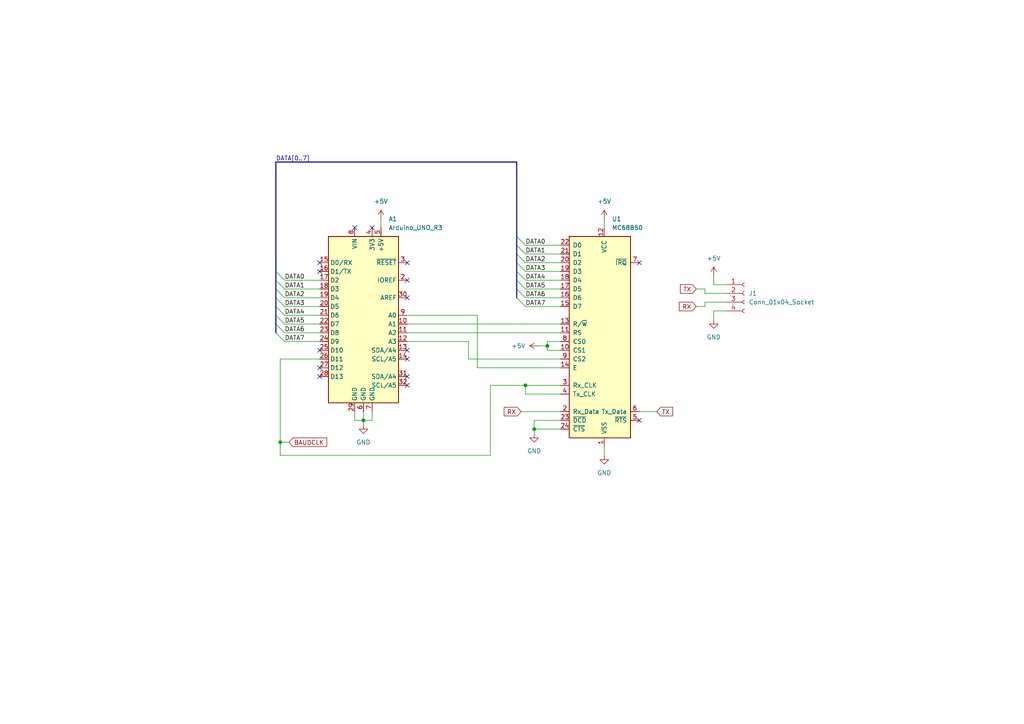
<source format=kicad_sch>
(kicad_sch (version 20230121) (generator eeschema)
  (paper "A4")
  (lib_symbols
    (symbol "Connector:Conn_01x04_Socket" (pin_names (offset 1.016) hide)
      (property "Reference" "J" (at 0 5.08 0))
      (property "Value" "Conn_01x04_Socket" (at 0 -7.62 0))
      (symbol "Conn_01x04_Socket_1_1"
        (arc (start 0 -4.572) (mid -0.5058 -5.08) (end 0 -5.588) (stroke (width 0.1524)))
        (arc (start 0 -2.032) (mid -0.5058 -2.54) (end 0 -3.048) (stroke (width 0.1524)))
        (polyline (pts (xy -1.27 -5.08) (xy -0.508 -5.08)) (stroke (width 0.1524)))
        (polyline (pts (xy -1.27 -2.54) (xy -0.508 -2.54)) (stroke (width 0.1524)))
        (polyline (pts (xy -1.27 0) (xy -0.508 0)) (stroke (width 0.1524)))
        (polyline (pts (xy -1.27 2.54) (xy -0.508 2.54)) (stroke (width 0.1524)))
        (arc (start 0 0.508) (mid -0.5058 0) (end 0 -0.508) (stroke (width 0.1524)))
        (arc (start 0 3.048) (mid -0.5058 2.54) (end 0 2.032) (stroke (width 0.1524)))
        (pin passive line (at -5.08 2.54 0) (length 3.81) (name "Pin_1") (number "1"))
        (pin passive line (at -5.08 0 0) (length 3.81) (name "Pin_2") (number "2"))
        (pin passive line (at -5.08 -2.54 0) (length 3.81) (name "Pin_3") (number "3"))
        (pin passive line (at -5.08 -5.08 0) (length 3.81) (name "Pin_4") (number "4"))
      )
    )
    (symbol "Interface_UART:MC68B50" (pin_names (offset 1.016))
      (property "Reference" "U" (at -7.366 31.75 0))
      (property "Value" "MC68B50" (at 10.414 31.75 0))
      (symbol "MC68B50_1_1"
        (rectangle (start -10.16 -27.94) (end 7.62 30.48) (stroke (width 0.254)) (fill (type background)))
        (pin power_in line (at 0 -30.48 90) (length 2.54) (name "VSS") (number "1"))
        (pin input line (at -12.7 -2.54 0) (length 2.54) (name "CS1") (number "10"))
        (pin input line (at -12.7 2.54 0) (length 2.54) (name "RS") (number "11"))
        (pin power_in line (at 0 33.02 270) (length 2.54) (name "VCC") (number "12"))
        (pin input line (at -12.7 5.08 0) (length 2.54) (name "R/~{W}") (number "13"))
        (pin input line (at -12.7 -7.62 0) (length 2.54) (name "E") (number "14"))
        (pin bidirectional line (at -12.7 10.16 0) (length 2.54) (name "D7") (number "15"))
        (pin bidirectional line (at -12.7 12.7 0) (length 2.54) (name "D6") (number "16"))
        (pin bidirectional line (at -12.7 15.24 0) (length 2.54) (name "D5") (number "17"))
        (pin bidirectional line (at -12.7 17.78 0) (length 2.54) (name "D4") (number "18"))
        (pin bidirectional line (at -12.7 20.32 0) (length 2.54) (name "D3") (number "19"))
        (pin input line (at -12.7 -20.32 0) (length 2.54) (name "Rx_Data") (number "2"))
        (pin bidirectional line (at -12.7 22.86 0) (length 2.54) (name "D2") (number "20"))
        (pin bidirectional line (at -12.7 25.4 0) (length 2.54) (name "D1") (number "21"))
        (pin bidirectional line (at -12.7 27.94 0) (length 2.54) (name "D0") (number "22"))
        (pin input line (at -12.7 -22.86 0) (length 2.54) (name "~{DCD}") (number "23"))
        (pin input line (at -12.7 -25.4 0) (length 2.54) (name "~{CTS}") (number "24"))
        (pin input line (at -12.7 -12.7 0) (length 2.54) (name "Rx_CLK") (number "3"))
        (pin input line (at -12.7 -15.24 0) (length 2.54) (name "Tx_CLK") (number "4"))
        (pin output line (at 10.16 -22.86 180) (length 2.54) (name "~{RTS}") (number "5"))
        (pin output line (at 10.16 -20.32 180) (length 2.54) (name "Tx_Data") (number "6"))
        (pin output line (at 10.16 22.86 180) (length 2.54) (name "~{IRQ}") (number "7"))
        (pin input line (at -12.7 0 0) (length 2.54) (name "CS0") (number "8"))
        (pin input line (at -12.7 -5.08 0) (length 2.54) (name "CS2") (number "9"))
      )
    )
    (symbol "MCU_Module:Arduino_UNO_R3"
      (property "Reference" "A" (at -10.16 23.495 0))
      (property "Value" "Arduino_UNO_R3" (at 5.08 -26.67 0))
      (symbol "Arduino_UNO_R3_0_1"
        (rectangle (start -10.16 22.86) (end 10.16 -25.4) (stroke (width 0.254)) (fill (type background)))
      )
      (symbol "Arduino_UNO_R3_1_1"
        (pin no_connect line (at -10.16 -20.32 0) (length 2.54) hide (name "NC") (number "1"))
        (pin bidirectional line (at 12.7 -2.54 180) (length 2.54) (name "A1") (number "10"))
        (pin bidirectional line (at 12.7 -5.08 180) (length 2.54) (name "A2") (number "11"))
        (pin bidirectional line (at 12.7 -7.62 180) (length 2.54) (name "A3") (number "12"))
        (pin bidirectional line (at 12.7 -10.16 180) (length 2.54) (name "SDA/A4") (number "13"))
        (pin bidirectional line (at 12.7 -12.7 180) (length 2.54) (name "SCL/A5") (number "14"))
        (pin bidirectional line (at -12.7 15.24 0) (length 2.54) (name "D0/RX") (number "15"))
        (pin bidirectional line (at -12.7 12.7 0) (length 2.54) (name "D1/TX") (number "16"))
        (pin bidirectional line (at -12.7 10.16 0) (length 2.54) (name "D2") (number "17"))
        (pin bidirectional line (at -12.7 7.62 0) (length 2.54) (name "D3") (number "18"))
        (pin bidirectional line (at -12.7 5.08 0) (length 2.54) (name "D4") (number "19"))
        (pin output line (at 12.7 10.16 180) (length 2.54) (name "IOREF") (number "2"))
        (pin bidirectional line (at -12.7 2.54 0) (length 2.54) (name "D5") (number "20"))
        (pin bidirectional line (at -12.7 0 0) (length 2.54) (name "D6") (number "21"))
        (pin bidirectional line (at -12.7 -2.54 0) (length 2.54) (name "D7") (number "22"))
        (pin bidirectional line (at -12.7 -5.08 0) (length 2.54) (name "D8") (number "23"))
        (pin bidirectional line (at -12.7 -7.62 0) (length 2.54) (name "D9") (number "24"))
        (pin bidirectional line (at -12.7 -10.16 0) (length 2.54) (name "D10") (number "25"))
        (pin bidirectional line (at -12.7 -12.7 0) (length 2.54) (name "D11") (number "26"))
        (pin bidirectional line (at -12.7 -15.24 0) (length 2.54) (name "D12") (number "27"))
        (pin bidirectional line (at -12.7 -17.78 0) (length 2.54) (name "D13") (number "28"))
        (pin power_in line (at -2.54 -27.94 90) (length 2.54) (name "GND") (number "29"))
        (pin input line (at 12.7 15.24 180) (length 2.54) (name "~{RESET}") (number "3"))
        (pin input line (at 12.7 5.08 180) (length 2.54) (name "AREF") (number "30"))
        (pin bidirectional line (at 12.7 -17.78 180) (length 2.54) (name "SDA/A4") (number "31"))
        (pin bidirectional line (at 12.7 -20.32 180) (length 2.54) (name "SCL/A5") (number "32"))
        (pin power_out line (at 2.54 25.4 270) (length 2.54) (name "3V3") (number "4"))
        (pin power_out line (at 5.08 25.4 270) (length 2.54) (name "+5V") (number "5"))
        (pin power_in line (at 0 -27.94 90) (length 2.54) (name "GND") (number "6"))
        (pin power_in line (at 2.54 -27.94 90) (length 2.54) (name "GND") (number "7"))
        (pin power_in line (at -2.54 25.4 270) (length 2.54) (name "VIN") (number "8"))
        (pin bidirectional line (at 12.7 0 180) (length 2.54) (name "A0") (number "9"))
      )
    )
    (symbol "power:+5V" (power) (pin_names (offset 0))
      (property "Value" "+5V" (at 0 3.556 0))
      (symbol "+5V_0_1"
        (polyline (pts (xy -0.762 1.27) (xy 0 2.54)))
        (polyline (pts (xy 0 0) (xy 0 2.54)))
        (polyline (pts (xy 0 2.54) (xy 0.762 1.27)))
      )
      (symbol "+5V_1_1"
        (pin power_in line (at 0 0 90) (length 0) hide (name "+5V") (number "1"))
      )
    )
    (symbol "power:GND" (power) (pin_names (offset 0))
      (property "Value" "GND" (at 0 -3.81 0))
      (symbol "GND_0_1"
        (polyline (pts (xy 0 0) (xy 0 -1.27) (xy 1.27 -1.27) (xy 0 -2.54) (xy -1.27 -1.27) (xy 0 -1.27)))
      )
      (symbol "GND_1_1"
        (pin power_in line (at 0 0 270) (length 0) hide (name "GND") (number "1"))
      )
    )
  )
  (junction (at 105.41 121.92))
  (junction (at 81.28 128.27))
  (junction (at 158.75 100.33))
  (junction (at 152.4 111.76))
  (junction (at 154.94 124.46))
  (no_connect (at 92.71 101.6))
  (no_connect (at 118.11 104.14))
  (no_connect (at 102.87 66.04))
  (no_connect (at 118.11 111.76))
  (no_connect (at 107.95 66.04))
  (no_connect (at 92.71 76.2))
  (no_connect (at 118.11 76.2))
  (no_connect (at 118.11 101.6))
  (no_connect (at 185.42 121.92))
  (no_connect (at 92.71 109.22))
  (no_connect (at 118.11 109.22))
  (no_connect (at 92.71 78.74))
  (no_connect (at 118.11 81.28))
  (no_connect (at 118.11 86.36))
  (no_connect (at 92.71 106.68))
  (no_connect (at 185.42 76.2))
  (bus_entry (at 149.86 71.12) (size 2.54 2.54))
  (bus_entry (at 80.01 81.28) (size 2.54 2.54))
  (bus_entry (at 149.86 76.2) (size 2.54 2.54))
  (bus_entry (at 80.01 83.82) (size 2.54 2.54))
  (bus_entry (at 80.01 91.44) (size 2.54 2.54))
  (bus_entry (at 80.01 93.98) (size 2.54 2.54))
  (bus_entry (at 149.86 73.66) (size 2.54 2.54))
  (bus_entry (at 149.86 68.58) (size 2.54 2.54))
  (bus_entry (at 149.86 86.36) (size 2.54 2.54))
  (bus_entry (at 80.01 78.74) (size 2.54 2.54))
  (bus_entry (at 149.86 81.28) (size 2.54 2.54))
  (bus_entry (at 149.86 78.74) (size 2.54 2.54))
  (bus_entry (at 80.01 88.9) (size 2.54 2.54))
  (bus_entry (at 80.01 96.52) (size 2.54 2.54))
  (bus_entry (at 80.01 86.36) (size 2.54 2.54))
  (bus_entry (at 149.86 83.82) (size 2.54 2.54))
  (wire (pts (xy 82.55 91.44) (xy 92.71 91.44)))
  (wire (pts (xy 175.26 129.54) (xy 175.26 132.08)))
  (wire (pts (xy 110.49 63.5) (xy 110.49 66.04)))
  (wire (pts (xy 142.24 111.76) (xy 152.4 111.76)))
  (wire (pts (xy 142.24 132.08) (xy 142.24 111.76)))
  (bus (pts (xy 80.01 88.9) (xy 80.01 86.36)))
  (wire (pts (xy 204.47 87.63) (xy 210.82 87.63)))
  (wire (pts (xy 81.28 128.27) (xy 83.82 128.27)))
  (wire (pts (xy 152.4 76.2) (xy 162.56 76.2)))
  (wire (pts (xy 210.82 82.55) (xy 207.01 82.55)))
  (wire (pts (xy 105.41 121.92) (xy 105.41 123.19)))
  (bus (pts (xy 80.01 83.82) (xy 80.01 81.28)))
  (wire (pts (xy 204.47 83.82) (xy 201.93 83.82)))
  (wire (pts (xy 135.89 104.14) (xy 135.89 99.06)))
  (wire (pts (xy 105.41 119.38) (xy 105.41 121.92)))
  (wire (pts (xy 102.87 119.38) (xy 102.87 121.92)))
  (bus (pts (xy 80.01 46.99) (xy 149.86 46.99)))
  (wire (pts (xy 152.4 111.76) (xy 162.56 111.76)))
  (wire (pts (xy 135.89 99.06) (xy 118.11 99.06)))
  (wire (pts (xy 92.71 104.14) (xy 81.28 104.14)))
  (wire (pts (xy 152.4 78.74) (xy 162.56 78.74)))
  (wire (pts (xy 82.55 99.06) (xy 92.71 99.06)))
  (bus (pts (xy 149.86 78.74) (xy 149.86 81.28)))
  (wire (pts (xy 152.4 73.66) (xy 162.56 73.66)))
  (wire (pts (xy 138.43 106.68) (xy 138.43 91.44)))
  (wire (pts (xy 82.55 83.82) (xy 92.71 83.82)))
  (wire (pts (xy 81.28 104.14) (xy 81.28 128.27)))
  (bus (pts (xy 149.86 83.82) (xy 149.86 86.36)))
  (bus (pts (xy 80.01 91.44) (xy 80.01 88.9)))
  (wire (pts (xy 138.43 91.44) (xy 118.11 91.44)))
  (wire (pts (xy 152.4 81.28) (xy 162.56 81.28)))
  (wire (pts (xy 152.4 114.3) (xy 152.4 111.76)))
  (wire (pts (xy 82.55 93.98) (xy 92.71 93.98)))
  (bus (pts (xy 149.86 81.28) (xy 149.86 83.82)))
  (wire (pts (xy 210.82 85.09) (xy 204.47 85.09)))
  (wire (pts (xy 154.94 124.46) (xy 154.94 125.73)))
  (wire (pts (xy 82.55 88.9) (xy 92.71 88.9)))
  (bus (pts (xy 149.86 46.99) (xy 149.86 68.58)))
  (wire (pts (xy 162.56 106.68) (xy 138.43 106.68)))
  (wire (pts (xy 158.75 100.33) (xy 156.21 100.33)))
  (wire (pts (xy 185.42 119.38) (xy 190.5 119.38)))
  (wire (pts (xy 107.95 121.92) (xy 105.41 121.92)))
  (wire (pts (xy 162.56 99.06) (xy 158.75 99.06)))
  (bus (pts (xy 80.01 78.74) (xy 80.01 46.99)))
  (bus (pts (xy 80.01 93.98) (xy 80.01 91.44)))
  (wire (pts (xy 158.75 101.6) (xy 158.75 100.33)))
  (wire (pts (xy 201.93 88.9) (xy 204.47 88.9)))
  (bus (pts (xy 80.01 96.52) (xy 80.01 93.98)))
  (bus (pts (xy 80.01 86.36) (xy 80.01 83.82)))
  (wire (pts (xy 158.75 99.06) (xy 158.75 100.33)))
  (wire (pts (xy 81.28 128.27) (xy 81.28 132.08)))
  (bus (pts (xy 149.86 73.66) (xy 149.86 76.2)))
  (wire (pts (xy 204.47 85.09) (xy 204.47 83.82)))
  (wire (pts (xy 118.11 93.98) (xy 162.56 93.98)))
  (bus (pts (xy 149.86 76.2) (xy 149.86 78.74)))
  (wire (pts (xy 152.4 71.12) (xy 162.56 71.12)))
  (wire (pts (xy 107.95 119.38) (xy 107.95 121.92)))
  (wire (pts (xy 102.87 121.92) (xy 105.41 121.92)))
  (wire (pts (xy 82.55 81.28) (xy 92.71 81.28)))
  (wire (pts (xy 135.89 104.14) (xy 162.56 104.14)))
  (wire (pts (xy 207.01 82.55) (xy 207.01 80.01)))
  (wire (pts (xy 118.11 96.52) (xy 162.56 96.52)))
  (wire (pts (xy 152.4 83.82) (xy 162.56 83.82)))
  (bus (pts (xy 149.86 68.58) (xy 149.86 71.12)))
  (wire (pts (xy 154.94 124.46) (xy 162.56 124.46)))
  (wire (pts (xy 151.13 119.38) (xy 162.56 119.38)))
  (wire (pts (xy 154.94 121.92) (xy 154.94 124.46)))
  (wire (pts (xy 175.26 63.5) (xy 175.26 66.04)))
  (wire (pts (xy 81.28 132.08) (xy 142.24 132.08)))
  (wire (pts (xy 162.56 101.6) (xy 158.75 101.6)))
  (wire (pts (xy 152.4 88.9) (xy 162.56 88.9)))
  (wire (pts (xy 82.55 96.52) (xy 92.71 96.52)))
  (wire (pts (xy 152.4 86.36) (xy 162.56 86.36)))
  (bus (pts (xy 149.86 71.12) (xy 149.86 73.66)))
  (wire (pts (xy 162.56 114.3) (xy 152.4 114.3)))
  (wire (pts (xy 162.56 121.92) (xy 154.94 121.92)))
  (wire (pts (xy 210.82 90.17) (xy 207.01 90.17)))
  (wire (pts (xy 207.01 90.17) (xy 207.01 92.71)))
  (wire (pts (xy 82.55 86.36) (xy 92.71 86.36)))
  (bus (pts (xy 80.01 81.28) (xy 80.01 78.74)))
  (wire (pts (xy 204.47 88.9) (xy 204.47 87.63)))
  (label "DATA3" (at 82.55 88.9 0))
  (label "DATA1" (at 152.4 73.66 0))
  (label "DATA0" (at 152.4 71.12 0))
  (label "DATA7" (at 82.55 99.06 0))
  (label "DATA2" (at 82.55 86.36 0))
  (label "DATA5" (at 82.55 93.98 0))
  (label "DATA7" (at 152.4 88.9 0))
  (label "DATA2" (at 152.4 76.2 0))
  (label "DATA[0..7]" (at 80.01 46.99 0))
  (label "DATA3" (at 152.4 78.74 0))
  (label "DATA4" (at 82.55 91.44 0))
  (label "DATA6" (at 82.55 96.52 0))
  (label "DATA5" (at 152.4 83.82 0))
  (label "DATA0" (at 82.55 81.28 0))
  (label "DATA4" (at 152.4 81.28 0))
  (label "DATA6" (at 152.4 86.36 0))
  (label "DATA1" (at 82.55 83.82 0))
  (global_label "TX" (shape input) (at 190.5 119.38 0) (property "Intersheetrefs" "${INTERSHEET_REFS}" (effects hide)))
  (global_label "RX" (shape input) (at 201.93 88.9 180) (property "Intersheetrefs" "${INTERSHEET_REFS}" (effects hide)))
  (global_label "TX" (shape input) (at 201.93 83.82 180) (property "Intersheetrefs" "${INTERSHEET_REFS}" (effects hide)))
  (global_label "BAUDCLK" (shape input) (at 83.82 128.27 0) (property "Intersheetrefs" "${INTERSHEET_REFS}" (effects hide)))
  (global_label "RX" (shape input) (at 151.13 119.38 180) (property "Intersheetrefs" "${INTERSHEET_REFS}" (effects hide)))
  (symbol (lib_id "Connector:Conn_01x04_Socket") (at 215.9 85.09 0) (unit 1)
    (property "Reference" "J1" (at 217.17 85.09 0) (effects (justify left)))
    (property "Value" "Conn_01x04_Socket" (at 217.17 87.63 0) (effects (justify left)))
  )
  (symbol (lib_id "Interface_UART:MC68B50") (at 175.26 99.06 0) (unit 1)
    (property "Reference" "U1" (at 177.4541 63.5 0) (effects (justify left)))
    (property "Value" "MC68B50" (at 177.4541 66.04 0) (effects (justify left)))
    (property "Footprint" "Package_DIP:DIP-40_W15.24mm" (effects hide))
    (property "Datasheet" "http://pdf.datasheetcatalog.com/datasheet/motorola/MC6850.pdf" (effects hide))
  )
  (symbol (lib_id "power:GND") (at 105.41 123.19 0) (unit 1)
    (property "Reference" "#PWR06" (effects hide))
    (property "Value" "GND" (at 105.41 128.27 0))
  )
  (symbol (lib_id "power:+5V") (at 110.49 63.5 0) (unit 1)
    (property "Reference" "#PWR04" (effects hide))
    (property "Value" "+5V" (at 110.49 58.42 0))
  )
  (symbol (lib_id "power:GND") (at 154.94 125.73 0) (unit 1)
    (property "Reference" "#PWR01" (effects hide))
    (property "Value" "GND" (at 154.94 130.81 0))
  )
  (symbol (lib_id "MCU_Module:Arduino_UNO_R3") (at 105.41 91.44 0) (unit 1)
    (property "Reference" "A1" (at 112.6841 63.5 0) (effects (justify left)))
    (property "Value" "Arduino_UNO_R3" (at 112.6841 66.04 0) (effects (justify left)))
    (property "Footprint" "Module:Arduino_UNO_R3" (effects hide))
    (property "Datasheet" "https://www.arduino.cc/en/Main/arduinoBoardUno" (effects hide))
  )
  (symbol (lib_id "power:+5V") (at 175.26 63.5 0) (unit 1)
    (property "Reference" "#PWR03" (effects hide))
    (property "Value" "+5V" (at 175.26 58.42 0))
  )
  (symbol (lib_id "power:+5V") (at 156.21 100.33 90) (unit 1)
    (property "Reference" "#PWR05" (effects hide))
    (property "Value" "+5V" (at 152.4 100.33 90) (effects (justify left)))
  )
  (symbol (lib_id "power:GND") (at 175.26 132.08 0) (unit 1)
    (property "Reference" "#PWR02" (effects hide))
    (property "Value" "GND" (at 175.26 137.16 0))
  )
  (symbol (lib_id "power:GND") (at 207.01 92.71 0) (unit 1)
    (property "Reference" "#PWR08" (effects hide))
    (property "Value" "GND" (at 207.01 97.79 0))
  )
  (symbol (lib_id "power:+5V") (at 207.01 80.01 0) (unit 1)
    (property "Reference" "#PWR07" (effects hide))
    (property "Value" "+5V" (at 207.01 74.93 0))
  )
)
</source>
